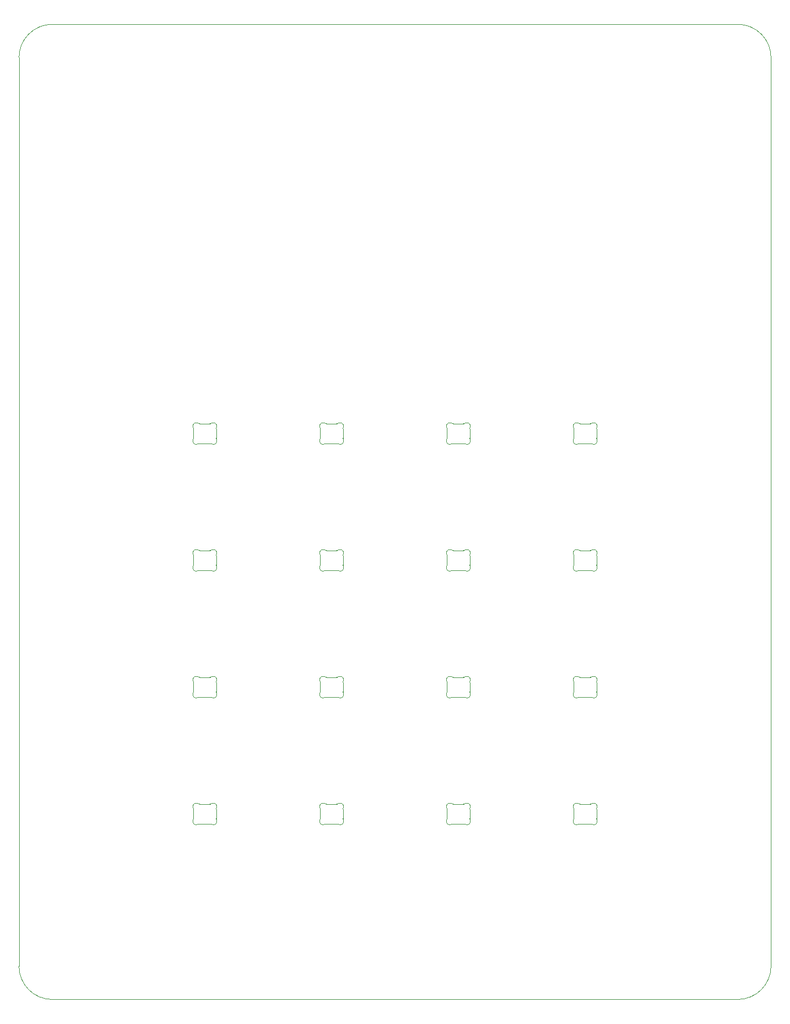
<source format=gm1>
G04 #@! TF.GenerationSoftware,KiCad,Pcbnew,8.0.6-8.0.6-0~ubuntu22.04.1*
G04 #@! TF.CreationDate,2024-10-20T22:38:44+08:00*
G04 #@! TF.ProjectId,MacroPad,4d616372-6f50-4616-942e-6b696361645f,rev?*
G04 #@! TF.SameCoordinates,Original*
G04 #@! TF.FileFunction,Profile,NP*
%FSLAX46Y46*%
G04 Gerber Fmt 4.6, Leading zero omitted, Abs format (unit mm)*
G04 Created by KiCad (PCBNEW 8.0.6-8.0.6-0~ubuntu22.04.1) date 2024-10-20 22:38:44*
%MOMM*%
%LPD*%
G01*
G04 APERTURE LIST*
G04 #@! TA.AperFunction,Profile*
%ADD10C,0.050000*%
G04 #@! TD*
G04 #@! TA.AperFunction,Profile*
%ADD11C,0.100000*%
G04 #@! TD*
G04 APERTURE END LIST*
D10*
X38822500Y-168907501D02*
X38822500Y-32407501D01*
X146822500Y-27407501D02*
G75*
G02*
X151822499Y-32407501I0J-4999999D01*
G01*
X38822500Y-32407501D02*
G75*
G02*
X43822500Y-27407500I5000000J1D01*
G01*
X43822500Y-173907501D02*
G75*
G02*
X38822499Y-168907501I0J5000001D01*
G01*
X151822500Y-168907501D02*
G75*
G02*
X146822500Y-173907500I-5000000J1D01*
G01*
X146822500Y-173907501D02*
X43822500Y-173907501D01*
X43822500Y-27407501D02*
X146822500Y-27407501D01*
X151822500Y-32407501D02*
X151822500Y-168907501D01*
D11*
G04 #@! TO.C,D29*
X122197501Y-89595341D02*
X122197501Y-88189657D01*
X123103048Y-87392500D02*
X124691953Y-87392500D01*
X124691952Y-90392499D02*
X123103048Y-90392499D01*
X125597499Y-88189657D02*
X125597499Y-89595341D01*
X122148016Y-87972779D02*
G75*
G02*
X122197501Y-88189657I-450505J-216876D01*
G01*
X122148016Y-87972779D02*
G75*
G02*
X122850789Y-87324200I450515J216878D01*
G01*
X122197501Y-89595342D02*
G75*
G02*
X122148016Y-89812219I-499990J-1D01*
G01*
X122850789Y-90460796D02*
G75*
G02*
X122148016Y-89812219I-252258J431700D01*
G01*
X122850790Y-90460798D02*
G75*
G02*
X123103048Y-90392499I252261J-431710D01*
G01*
X123103047Y-87392499D02*
G75*
G02*
X122850789Y-87324200I3J500009D01*
G01*
X124691952Y-90392499D02*
G75*
G02*
X124944211Y-90460798I-2J-500011D01*
G01*
X124944211Y-87324201D02*
G75*
G02*
X124691953Y-87392500I-252261J431711D01*
G01*
X124944211Y-87324201D02*
G75*
G02*
X125646983Y-87972779I252259J-431699D01*
G01*
X125597499Y-88189656D02*
G75*
G02*
X125646982Y-87972778I499941J16D01*
G01*
X125646984Y-89812218D02*
G75*
G02*
X124944211Y-90460798I-450514J-216880D01*
G01*
X125646984Y-89812219D02*
G75*
G02*
X125597509Y-89595341I449916J216719D01*
G01*
G04 #@! TO.C,D22*
X84097501Y-108645341D02*
X84097501Y-107239657D01*
X85003048Y-106442500D02*
X86591953Y-106442500D01*
X86591952Y-109442499D02*
X85003048Y-109442499D01*
X87497499Y-107239657D02*
X87497499Y-108645341D01*
X84048016Y-107022779D02*
G75*
G02*
X84097501Y-107239657I-450505J-216876D01*
G01*
X84048016Y-107022779D02*
G75*
G02*
X84750789Y-106374200I450515J216878D01*
G01*
X84097501Y-108645342D02*
G75*
G02*
X84048016Y-108862219I-499990J-1D01*
G01*
X84750789Y-109510796D02*
G75*
G02*
X84048016Y-108862219I-252258J431700D01*
G01*
X84750790Y-109510798D02*
G75*
G02*
X85003048Y-109442499I252261J-431710D01*
G01*
X85003047Y-106442499D02*
G75*
G02*
X84750789Y-106374200I3J500009D01*
G01*
X86591952Y-109442499D02*
G75*
G02*
X86844211Y-109510798I-2J-500011D01*
G01*
X86844211Y-106374201D02*
G75*
G02*
X86591953Y-106442500I-252261J431711D01*
G01*
X86844211Y-106374201D02*
G75*
G02*
X87546983Y-107022779I252259J-431699D01*
G01*
X87497499Y-107239656D02*
G75*
G02*
X87546982Y-107022778I499941J16D01*
G01*
X87546984Y-108862218D02*
G75*
G02*
X86844211Y-109510798I-450514J-216880D01*
G01*
X87546984Y-108862219D02*
G75*
G02*
X87497509Y-108645341I449916J216719D01*
G01*
G04 #@! TO.C,D30*
X122197501Y-108645341D02*
X122197501Y-107239657D01*
X123103048Y-106442500D02*
X124691953Y-106442500D01*
X124691952Y-109442499D02*
X123103048Y-109442499D01*
X125597499Y-107239657D02*
X125597499Y-108645341D01*
X122148016Y-107022779D02*
G75*
G02*
X122197501Y-107239657I-450505J-216876D01*
G01*
X122148016Y-107022779D02*
G75*
G02*
X122850789Y-106374200I450515J216878D01*
G01*
X122197501Y-108645342D02*
G75*
G02*
X122148016Y-108862219I-499990J-1D01*
G01*
X122850789Y-109510796D02*
G75*
G02*
X122148016Y-108862219I-252258J431700D01*
G01*
X122850790Y-109510798D02*
G75*
G02*
X123103048Y-109442499I252261J-431710D01*
G01*
X123103047Y-106442499D02*
G75*
G02*
X122850789Y-106374200I3J500009D01*
G01*
X124691952Y-109442499D02*
G75*
G02*
X124944211Y-109510798I-2J-500011D01*
G01*
X124944211Y-106374201D02*
G75*
G02*
X124691953Y-106442500I-252261J431711D01*
G01*
X124944211Y-106374201D02*
G75*
G02*
X125646983Y-107022779I252259J-431699D01*
G01*
X125597499Y-107239656D02*
G75*
G02*
X125646982Y-107022778I499941J16D01*
G01*
X125646984Y-108862218D02*
G75*
G02*
X124944211Y-109510798I-450514J-216880D01*
G01*
X125646984Y-108862219D02*
G75*
G02*
X125597509Y-108645341I449916J216719D01*
G01*
G04 #@! TO.C,D26*
X103147501Y-108645341D02*
X103147501Y-107239657D01*
X104053048Y-106442500D02*
X105641953Y-106442500D01*
X105641952Y-109442499D02*
X104053048Y-109442499D01*
X106547499Y-107239657D02*
X106547499Y-108645341D01*
X103098016Y-107022779D02*
G75*
G02*
X103147501Y-107239657I-450505J-216876D01*
G01*
X103098016Y-107022779D02*
G75*
G02*
X103800789Y-106374200I450515J216878D01*
G01*
X103147501Y-108645342D02*
G75*
G02*
X103098016Y-108862219I-499990J-1D01*
G01*
X103800789Y-109510796D02*
G75*
G02*
X103098016Y-108862219I-252258J431700D01*
G01*
X103800790Y-109510798D02*
G75*
G02*
X104053048Y-109442499I252261J-431710D01*
G01*
X104053047Y-106442499D02*
G75*
G02*
X103800789Y-106374200I3J500009D01*
G01*
X105641952Y-109442499D02*
G75*
G02*
X105894211Y-109510798I-2J-500011D01*
G01*
X105894211Y-106374201D02*
G75*
G02*
X105641953Y-106442500I-252261J431711D01*
G01*
X105894211Y-106374201D02*
G75*
G02*
X106596983Y-107022779I252259J-431699D01*
G01*
X106547499Y-107239656D02*
G75*
G02*
X106596982Y-107022778I499941J16D01*
G01*
X106596984Y-108862218D02*
G75*
G02*
X105894211Y-109510798I-450514J-216880D01*
G01*
X106596984Y-108862219D02*
G75*
G02*
X106547509Y-108645341I449916J216719D01*
G01*
G04 #@! TO.C,D28*
X103147501Y-146745341D02*
X103147501Y-145339657D01*
X104053048Y-144542500D02*
X105641953Y-144542500D01*
X105641952Y-147542499D02*
X104053048Y-147542499D01*
X106547499Y-145339657D02*
X106547499Y-146745341D01*
X103098016Y-145122779D02*
G75*
G02*
X103147501Y-145339657I-450505J-216876D01*
G01*
X103098016Y-145122779D02*
G75*
G02*
X103800789Y-144474200I450515J216878D01*
G01*
X103147501Y-146745342D02*
G75*
G02*
X103098016Y-146962219I-499990J-1D01*
G01*
X103800789Y-147610796D02*
G75*
G02*
X103098016Y-146962219I-252258J431700D01*
G01*
X103800790Y-147610798D02*
G75*
G02*
X104053048Y-147542499I252261J-431710D01*
G01*
X104053047Y-144542499D02*
G75*
G02*
X103800789Y-144474200I3J500009D01*
G01*
X105641952Y-147542499D02*
G75*
G02*
X105894211Y-147610798I-2J-500011D01*
G01*
X105894211Y-144474201D02*
G75*
G02*
X105641953Y-144542500I-252261J431711D01*
G01*
X105894211Y-144474201D02*
G75*
G02*
X106596983Y-145122779I252259J-431699D01*
G01*
X106547499Y-145339656D02*
G75*
G02*
X106596982Y-145122778I499941J16D01*
G01*
X106596984Y-146962218D02*
G75*
G02*
X105894211Y-147610798I-450514J-216880D01*
G01*
X106596984Y-146962219D02*
G75*
G02*
X106547509Y-146745341I449916J216719D01*
G01*
G04 #@! TO.C,D18*
X65047501Y-108645341D02*
X65047501Y-107239657D01*
X65953048Y-106442500D02*
X67541953Y-106442500D01*
X67541952Y-109442499D02*
X65953048Y-109442499D01*
X68447499Y-107239657D02*
X68447499Y-108645341D01*
X64998016Y-107022779D02*
G75*
G02*
X65047501Y-107239657I-450505J-216876D01*
G01*
X64998016Y-107022779D02*
G75*
G02*
X65700789Y-106374200I450515J216878D01*
G01*
X65047501Y-108645342D02*
G75*
G02*
X64998016Y-108862219I-499990J-1D01*
G01*
X65700789Y-109510796D02*
G75*
G02*
X64998016Y-108862219I-252258J431700D01*
G01*
X65700790Y-109510798D02*
G75*
G02*
X65953048Y-109442499I252261J-431710D01*
G01*
X65953047Y-106442499D02*
G75*
G02*
X65700789Y-106374200I3J500009D01*
G01*
X67541952Y-109442499D02*
G75*
G02*
X67794211Y-109510798I-2J-500011D01*
G01*
X67794211Y-106374201D02*
G75*
G02*
X67541953Y-106442500I-252261J431711D01*
G01*
X67794211Y-106374201D02*
G75*
G02*
X68496983Y-107022779I252259J-431699D01*
G01*
X68447499Y-107239656D02*
G75*
G02*
X68496982Y-107022778I499941J16D01*
G01*
X68496984Y-108862218D02*
G75*
G02*
X67794211Y-109510798I-450514J-216880D01*
G01*
X68496984Y-108862219D02*
G75*
G02*
X68447509Y-108645341I449916J216719D01*
G01*
G04 #@! TO.C,D19*
X65047501Y-127695341D02*
X65047501Y-126289657D01*
X65953048Y-125492500D02*
X67541953Y-125492500D01*
X67541952Y-128492499D02*
X65953048Y-128492499D01*
X68447499Y-126289657D02*
X68447499Y-127695341D01*
X64998016Y-126072779D02*
G75*
G02*
X65047501Y-126289657I-450505J-216876D01*
G01*
X64998016Y-126072779D02*
G75*
G02*
X65700789Y-125424200I450515J216878D01*
G01*
X65047501Y-127695342D02*
G75*
G02*
X64998016Y-127912219I-499990J-1D01*
G01*
X65700789Y-128560796D02*
G75*
G02*
X64998016Y-127912219I-252258J431700D01*
G01*
X65700790Y-128560798D02*
G75*
G02*
X65953048Y-128492499I252261J-431710D01*
G01*
X65953047Y-125492499D02*
G75*
G02*
X65700789Y-125424200I3J500009D01*
G01*
X67541952Y-128492499D02*
G75*
G02*
X67794211Y-128560798I-2J-500011D01*
G01*
X67794211Y-125424201D02*
G75*
G02*
X67541953Y-125492500I-252261J431711D01*
G01*
X67794211Y-125424201D02*
G75*
G02*
X68496983Y-126072779I252259J-431699D01*
G01*
X68447499Y-126289656D02*
G75*
G02*
X68496982Y-126072778I499941J16D01*
G01*
X68496984Y-127912218D02*
G75*
G02*
X67794211Y-128560798I-450514J-216880D01*
G01*
X68496984Y-127912219D02*
G75*
G02*
X68447509Y-127695341I449916J216719D01*
G01*
G04 #@! TO.C,D31*
X122197501Y-127695341D02*
X122197501Y-126289657D01*
X123103048Y-125492500D02*
X124691953Y-125492500D01*
X124691952Y-128492499D02*
X123103048Y-128492499D01*
X125597499Y-126289657D02*
X125597499Y-127695341D01*
X122148016Y-126072779D02*
G75*
G02*
X122197501Y-126289657I-450505J-216876D01*
G01*
X122148016Y-126072779D02*
G75*
G02*
X122850789Y-125424200I450515J216878D01*
G01*
X122197501Y-127695342D02*
G75*
G02*
X122148016Y-127912219I-499990J-1D01*
G01*
X122850789Y-128560796D02*
G75*
G02*
X122148016Y-127912219I-252258J431700D01*
G01*
X122850790Y-128560798D02*
G75*
G02*
X123103048Y-128492499I252261J-431710D01*
G01*
X123103047Y-125492499D02*
G75*
G02*
X122850789Y-125424200I3J500009D01*
G01*
X124691952Y-128492499D02*
G75*
G02*
X124944211Y-128560798I-2J-500011D01*
G01*
X124944211Y-125424201D02*
G75*
G02*
X124691953Y-125492500I-252261J431711D01*
G01*
X124944211Y-125424201D02*
G75*
G02*
X125646983Y-126072779I252259J-431699D01*
G01*
X125597499Y-126289656D02*
G75*
G02*
X125646982Y-126072778I499941J16D01*
G01*
X125646984Y-127912218D02*
G75*
G02*
X124944211Y-128560798I-450514J-216880D01*
G01*
X125646984Y-127912219D02*
G75*
G02*
X125597509Y-127695341I449916J216719D01*
G01*
G04 #@! TO.C,D24*
X84097501Y-146745341D02*
X84097501Y-145339657D01*
X85003048Y-144542500D02*
X86591953Y-144542500D01*
X86591952Y-147542499D02*
X85003048Y-147542499D01*
X87497499Y-145339657D02*
X87497499Y-146745341D01*
X84048016Y-145122779D02*
G75*
G02*
X84097501Y-145339657I-450505J-216876D01*
G01*
X84048016Y-145122779D02*
G75*
G02*
X84750789Y-144474200I450515J216878D01*
G01*
X84097501Y-146745342D02*
G75*
G02*
X84048016Y-146962219I-499990J-1D01*
G01*
X84750789Y-147610796D02*
G75*
G02*
X84048016Y-146962219I-252258J431700D01*
G01*
X84750790Y-147610798D02*
G75*
G02*
X85003048Y-147542499I252261J-431710D01*
G01*
X85003047Y-144542499D02*
G75*
G02*
X84750789Y-144474200I3J500009D01*
G01*
X86591952Y-147542499D02*
G75*
G02*
X86844211Y-147610798I-2J-500011D01*
G01*
X86844211Y-144474201D02*
G75*
G02*
X86591953Y-144542500I-252261J431711D01*
G01*
X86844211Y-144474201D02*
G75*
G02*
X87546983Y-145122779I252259J-431699D01*
G01*
X87497499Y-145339656D02*
G75*
G02*
X87546982Y-145122778I499941J16D01*
G01*
X87546984Y-146962218D02*
G75*
G02*
X86844211Y-147610798I-450514J-216880D01*
G01*
X87546984Y-146962219D02*
G75*
G02*
X87497509Y-146745341I449916J216719D01*
G01*
G04 #@! TO.C,D32*
X122197501Y-146745341D02*
X122197501Y-145339657D01*
X123103048Y-144542500D02*
X124691953Y-144542500D01*
X124691952Y-147542499D02*
X123103048Y-147542499D01*
X125597499Y-145339657D02*
X125597499Y-146745341D01*
X122148016Y-145122779D02*
G75*
G02*
X122197501Y-145339657I-450505J-216876D01*
G01*
X122148016Y-145122779D02*
G75*
G02*
X122850789Y-144474200I450515J216878D01*
G01*
X122197501Y-146745342D02*
G75*
G02*
X122148016Y-146962219I-499990J-1D01*
G01*
X122850789Y-147610796D02*
G75*
G02*
X122148016Y-146962219I-252258J431700D01*
G01*
X122850790Y-147610798D02*
G75*
G02*
X123103048Y-147542499I252261J-431710D01*
G01*
X123103047Y-144542499D02*
G75*
G02*
X122850789Y-144474200I3J500009D01*
G01*
X124691952Y-147542499D02*
G75*
G02*
X124944211Y-147610798I-2J-500011D01*
G01*
X124944211Y-144474201D02*
G75*
G02*
X124691953Y-144542500I-252261J431711D01*
G01*
X124944211Y-144474201D02*
G75*
G02*
X125646983Y-145122779I252259J-431699D01*
G01*
X125597499Y-145339656D02*
G75*
G02*
X125646982Y-145122778I499941J16D01*
G01*
X125646984Y-146962218D02*
G75*
G02*
X124944211Y-147610798I-450514J-216880D01*
G01*
X125646984Y-146962219D02*
G75*
G02*
X125597509Y-146745341I449916J216719D01*
G01*
G04 #@! TO.C,D23*
X84097501Y-127695341D02*
X84097501Y-126289657D01*
X85003048Y-125492500D02*
X86591953Y-125492500D01*
X86591952Y-128492499D02*
X85003048Y-128492499D01*
X87497499Y-126289657D02*
X87497499Y-127695341D01*
X84048016Y-126072779D02*
G75*
G02*
X84097501Y-126289657I-450505J-216876D01*
G01*
X84048016Y-126072779D02*
G75*
G02*
X84750789Y-125424200I450515J216878D01*
G01*
X84097501Y-127695342D02*
G75*
G02*
X84048016Y-127912219I-499990J-1D01*
G01*
X84750789Y-128560796D02*
G75*
G02*
X84048016Y-127912219I-252258J431700D01*
G01*
X84750790Y-128560798D02*
G75*
G02*
X85003048Y-128492499I252261J-431710D01*
G01*
X85003047Y-125492499D02*
G75*
G02*
X84750789Y-125424200I3J500009D01*
G01*
X86591952Y-128492499D02*
G75*
G02*
X86844211Y-128560798I-2J-500011D01*
G01*
X86844211Y-125424201D02*
G75*
G02*
X86591953Y-125492500I-252261J431711D01*
G01*
X86844211Y-125424201D02*
G75*
G02*
X87546983Y-126072779I252259J-431699D01*
G01*
X87497499Y-126289656D02*
G75*
G02*
X87546982Y-126072778I499941J16D01*
G01*
X87546984Y-127912218D02*
G75*
G02*
X86844211Y-128560798I-450514J-216880D01*
G01*
X87546984Y-127912219D02*
G75*
G02*
X87497509Y-127695341I449916J216719D01*
G01*
G04 #@! TO.C,D25*
X103147501Y-89595341D02*
X103147501Y-88189657D01*
X104053048Y-87392500D02*
X105641953Y-87392500D01*
X105641952Y-90392499D02*
X104053048Y-90392499D01*
X106547499Y-88189657D02*
X106547499Y-89595341D01*
X103098016Y-87972779D02*
G75*
G02*
X103147501Y-88189657I-450505J-216876D01*
G01*
X103098016Y-87972779D02*
G75*
G02*
X103800789Y-87324200I450515J216878D01*
G01*
X103147501Y-89595342D02*
G75*
G02*
X103098016Y-89812219I-499990J-1D01*
G01*
X103800789Y-90460796D02*
G75*
G02*
X103098016Y-89812219I-252258J431700D01*
G01*
X103800790Y-90460798D02*
G75*
G02*
X104053048Y-90392499I252261J-431710D01*
G01*
X104053047Y-87392499D02*
G75*
G02*
X103800789Y-87324200I3J500009D01*
G01*
X105641952Y-90392499D02*
G75*
G02*
X105894211Y-90460798I-2J-500011D01*
G01*
X105894211Y-87324201D02*
G75*
G02*
X105641953Y-87392500I-252261J431711D01*
G01*
X105894211Y-87324201D02*
G75*
G02*
X106596983Y-87972779I252259J-431699D01*
G01*
X106547499Y-88189656D02*
G75*
G02*
X106596982Y-87972778I499941J16D01*
G01*
X106596984Y-89812218D02*
G75*
G02*
X105894211Y-90460798I-450514J-216880D01*
G01*
X106596984Y-89812219D02*
G75*
G02*
X106547509Y-89595341I449916J216719D01*
G01*
G04 #@! TO.C,D21*
X84097501Y-89595341D02*
X84097501Y-88189657D01*
X85003048Y-87392500D02*
X86591953Y-87392500D01*
X86591952Y-90392499D02*
X85003048Y-90392499D01*
X87497499Y-88189657D02*
X87497499Y-89595341D01*
X84048016Y-87972779D02*
G75*
G02*
X84097501Y-88189657I-450505J-216876D01*
G01*
X84048016Y-87972779D02*
G75*
G02*
X84750789Y-87324200I450515J216878D01*
G01*
X84097501Y-89595342D02*
G75*
G02*
X84048016Y-89812219I-499990J-1D01*
G01*
X84750789Y-90460796D02*
G75*
G02*
X84048016Y-89812219I-252258J431700D01*
G01*
X84750790Y-90460798D02*
G75*
G02*
X85003048Y-90392499I252261J-431710D01*
G01*
X85003047Y-87392499D02*
G75*
G02*
X84750789Y-87324200I3J500009D01*
G01*
X86591952Y-90392499D02*
G75*
G02*
X86844211Y-90460798I-2J-500011D01*
G01*
X86844211Y-87324201D02*
G75*
G02*
X86591953Y-87392500I-252261J431711D01*
G01*
X86844211Y-87324201D02*
G75*
G02*
X87546983Y-87972779I252259J-431699D01*
G01*
X87497499Y-88189656D02*
G75*
G02*
X87546982Y-87972778I499941J16D01*
G01*
X87546984Y-89812218D02*
G75*
G02*
X86844211Y-90460798I-450514J-216880D01*
G01*
X87546984Y-89812219D02*
G75*
G02*
X87497509Y-89595341I449916J216719D01*
G01*
G04 #@! TO.C,D27*
X103147501Y-127695341D02*
X103147501Y-126289657D01*
X104053048Y-125492500D02*
X105641953Y-125492500D01*
X105641952Y-128492499D02*
X104053048Y-128492499D01*
X106547499Y-126289657D02*
X106547499Y-127695341D01*
X103098016Y-126072779D02*
G75*
G02*
X103147501Y-126289657I-450505J-216876D01*
G01*
X103098016Y-126072779D02*
G75*
G02*
X103800789Y-125424200I450515J216878D01*
G01*
X103147501Y-127695342D02*
G75*
G02*
X103098016Y-127912219I-499990J-1D01*
G01*
X103800789Y-128560796D02*
G75*
G02*
X103098016Y-127912219I-252258J431700D01*
G01*
X103800790Y-128560798D02*
G75*
G02*
X104053048Y-128492499I252261J-431710D01*
G01*
X104053047Y-125492499D02*
G75*
G02*
X103800789Y-125424200I3J500009D01*
G01*
X105641952Y-128492499D02*
G75*
G02*
X105894211Y-128560798I-2J-500011D01*
G01*
X105894211Y-125424201D02*
G75*
G02*
X105641953Y-125492500I-252261J431711D01*
G01*
X105894211Y-125424201D02*
G75*
G02*
X106596983Y-126072779I252259J-431699D01*
G01*
X106547499Y-126289656D02*
G75*
G02*
X106596982Y-126072778I499941J16D01*
G01*
X106596984Y-127912218D02*
G75*
G02*
X105894211Y-128560798I-450514J-216880D01*
G01*
X106596984Y-127912219D02*
G75*
G02*
X106547509Y-127695341I449916J216719D01*
G01*
G04 #@! TO.C,D17*
X65047501Y-89595341D02*
X65047501Y-88189657D01*
X65953048Y-87392500D02*
X67541953Y-87392500D01*
X67541952Y-90392499D02*
X65953048Y-90392499D01*
X68447499Y-88189657D02*
X68447499Y-89595341D01*
X64998016Y-87972779D02*
G75*
G02*
X65047501Y-88189657I-450505J-216876D01*
G01*
X64998016Y-87972779D02*
G75*
G02*
X65700789Y-87324200I450515J216878D01*
G01*
X65047501Y-89595342D02*
G75*
G02*
X64998016Y-89812219I-499990J-1D01*
G01*
X65700789Y-90460796D02*
G75*
G02*
X64998016Y-89812219I-252258J431700D01*
G01*
X65700790Y-90460798D02*
G75*
G02*
X65953048Y-90392499I252261J-431710D01*
G01*
X65953047Y-87392499D02*
G75*
G02*
X65700789Y-87324200I3J500009D01*
G01*
X67541952Y-90392499D02*
G75*
G02*
X67794211Y-90460798I-2J-500011D01*
G01*
X67794211Y-87324201D02*
G75*
G02*
X67541953Y-87392500I-252261J431711D01*
G01*
X67794211Y-87324201D02*
G75*
G02*
X68496983Y-87972779I252259J-431699D01*
G01*
X68447499Y-88189656D02*
G75*
G02*
X68496982Y-87972778I499941J16D01*
G01*
X68496984Y-89812218D02*
G75*
G02*
X67794211Y-90460798I-450514J-216880D01*
G01*
X68496984Y-89812219D02*
G75*
G02*
X68447509Y-89595341I449916J216719D01*
G01*
G04 #@! TO.C,D20*
X65047501Y-146745341D02*
X65047501Y-145339657D01*
X65953048Y-144542500D02*
X67541953Y-144542500D01*
X67541952Y-147542499D02*
X65953048Y-147542499D01*
X68447499Y-145339657D02*
X68447499Y-146745341D01*
X64998016Y-145122779D02*
G75*
G02*
X65047501Y-145339657I-450505J-216876D01*
G01*
X64998016Y-145122779D02*
G75*
G02*
X65700789Y-144474200I450515J216878D01*
G01*
X65047501Y-146745342D02*
G75*
G02*
X64998016Y-146962219I-499990J-1D01*
G01*
X65700789Y-147610796D02*
G75*
G02*
X64998016Y-146962219I-252258J431700D01*
G01*
X65700790Y-147610798D02*
G75*
G02*
X65953048Y-147542499I252261J-431710D01*
G01*
X65953047Y-144542499D02*
G75*
G02*
X65700789Y-144474200I3J500009D01*
G01*
X67541952Y-147542499D02*
G75*
G02*
X67794211Y-147610798I-2J-500011D01*
G01*
X67794211Y-144474201D02*
G75*
G02*
X67541953Y-144542500I-252261J431711D01*
G01*
X67794211Y-144474201D02*
G75*
G02*
X68496983Y-145122779I252259J-431699D01*
G01*
X68447499Y-145339656D02*
G75*
G02*
X68496982Y-145122778I499941J16D01*
G01*
X68496984Y-146962218D02*
G75*
G02*
X67794211Y-147610798I-450514J-216880D01*
G01*
X68496984Y-146962219D02*
G75*
G02*
X68447509Y-146745341I449916J216719D01*
G01*
G04 #@! TD*
M02*

</source>
